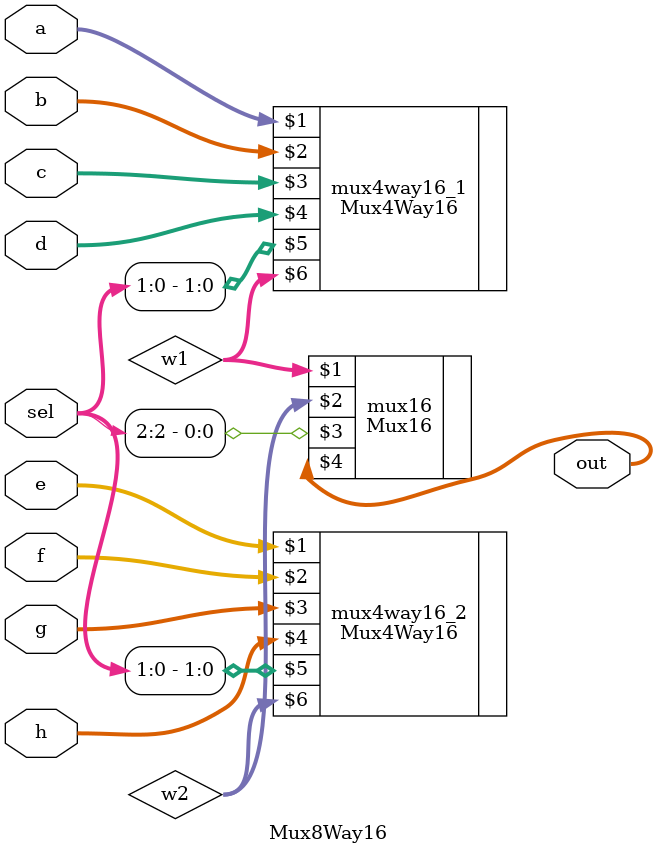
<source format=v>
`include "src/mux4way16.v"

module Mux8Way16 (
  input[15:0] a,
  input[15:0] b,
  input[15:0] c,
  input[15:0] d,
  input[15:0] e,
  input[15:0] f,
  input[15:0] g,
  input[15:0] h,
  input [2:0] sel,
  output[15:0] out
);

  wire[15:0] w1;
  wire[15:0] w2;

  Mux4Way16 mux4way16_1(a, b, c, d, sel[1:0], w1);
  Mux4Way16 mux4way16_2(e, f, g, h, sel[1:0], w2);
  Mux16 mux16(w1, w2, sel[2], out);

endmodule

</source>
